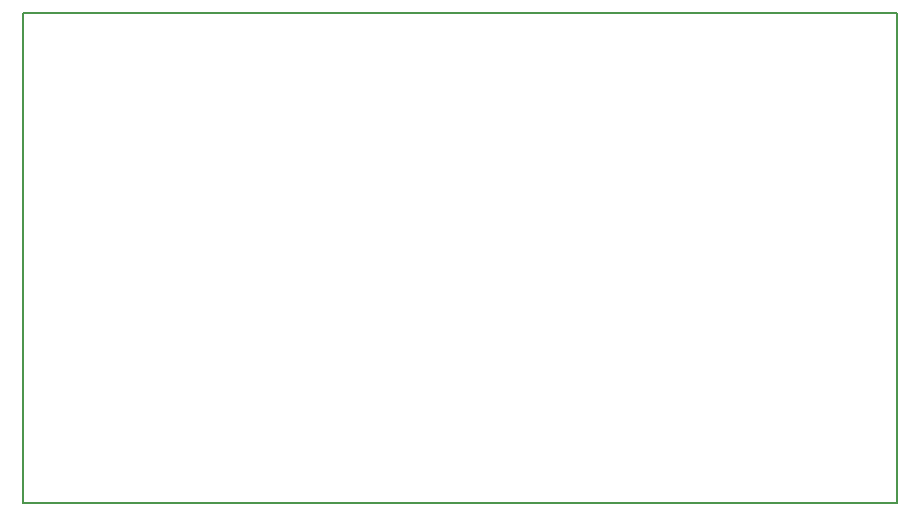
<source format=gbr>
G04 DipTrace 3.2.0.0*
G04 Science_board_v2_BoardOutline.gbr*
%MOMM*%
G04 #@! TF.FileFunction,Profile*
G04 #@! TF.Part,Single*
%ADD11C,0.14*%
%FSLAX35Y35*%
G04*
G71*
G90*
G75*
G01*
G04 BoardOutline*
%LPD*%
X7400000Y4150000D2*
D11*
X0D1*
Y0D1*
X7400000D1*
Y4150000D1*
M02*

</source>
